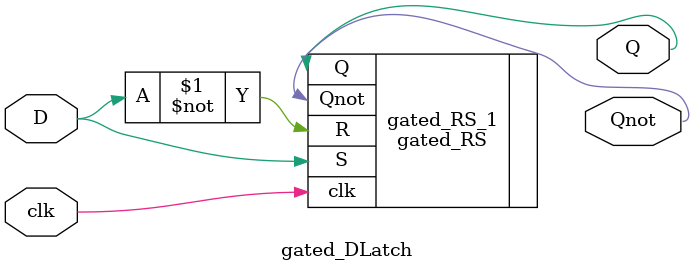
<source format=v>
module gated_DLatch (clk, D, Q, Qnot);
   input  D, clk;
   output Q, Qnot;
	
   // You will need to instantiate gated_RS and modify relevant signals
   gated_RS gated_RS_1 (
      .clk(clk),
      .R(~D),
      .S(D),
      .Q(Q),
      .Qnot(Qnot)
   );
	
endmodule
</source>
